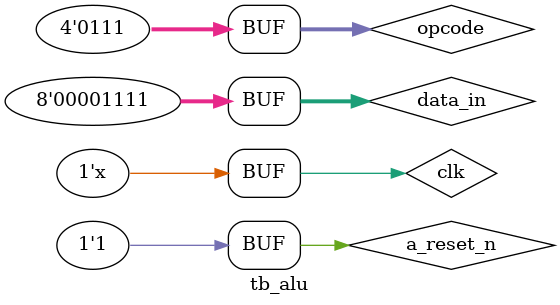
<source format=v>

`timescale 1ns / 1ns

module tb_alu;

//////////////////////////////////////////////////////////////////////////////////
// DUT
//////////////////////////////////////////////////////////////////////////////////

localparam DATA_WIDTH = 8;

localparam [3:0] ALU_REGA  = 4'h1;
localparam [3:0] ALU_ADD   = 4'h2;
localparam [3:0] ALU_SUB   = 4'h3;
localparam [3:0] ALU_AND   = 4'h4;
localparam [3:0] ALU_OR    = 4'h5;
localparam [3:0] ALU_XOR   = 4'h6;
localparam [3:0] ALU_OUT   = 4'h7;
localparam [3:0] ALU_RESET = 4'h8;

// input
reg                   clk;
reg                   a_reset_n;
reg  [DATA_WIDTH-1:0] data_in;
reg  [3:0]            opcode;
// output
wire [DATA_WIDTH-1:0] data_out;

alu #(.DATA_WIDTH(DATA_WIDTH)) dut(
    .clk        (clk),
    .a_reset_n  (a_reset_n),
    .data_in    (data_in),
    .opcode     (opcode),
    .data_out   (data_out)
);

always
    #5 clk = !clk;

//////////////////////////////////////////////////////////////////////////////////
// Test Bench
//////////////////////////////////////////////////////////////////////////////////
initial begin

    clk = 1'b0;
    
    a_reset_n = 1'b0; #10; // assert reset
    a_reset_n = 1'b1;

    opcode = ALU_RESET; #10; // reset the accumulator
    
    data_in = 8'h0F; opcode = ALU_REGA; #10; // load register A
    opcode = ALU_ADD; #10; // addition
    data_in = 8'hAA; opcode = ALU_REGA; #10; // load register A
    opcode = ALU_AND; #10; // bitwise and
    data_in = 8'h05; opcode = ALU_REGA; #10; // load register A
    opcode = ALU_OR; #10; // bitwise or
    data_in = 8'h0F; opcode = ALU_REGA; #10; // load regsiter A
    opcode = ALU_SUB; #10; // subtraction
    opcode = ALU_OUT; #10; // output the result
    
end

endmodule

</source>
